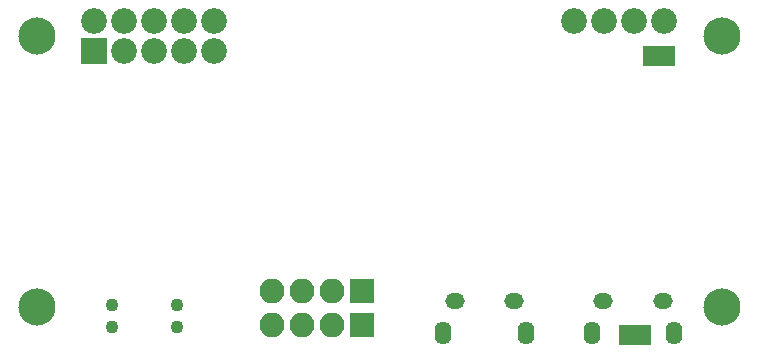
<source format=gbr>
G04 #@! TF.FileFunction,Soldermask,Bot*
%FSLAX46Y46*%
G04 Gerber Fmt 4.6, Leading zero omitted, Abs format (unit mm)*
G04 Created by KiCad (PCBNEW 4.0.7) date 12/12/18 10:49:55*
%MOMM*%
%LPD*%
G01*
G04 APERTURE LIST*
%ADD10C,0.100000*%
%ADD11C,1.100000*%
%ADD12R,2.100000X2.100000*%
%ADD13O,2.100000X2.100000*%
%ADD14O,1.650000X1.350000*%
%ADD15O,1.400000X1.950000*%
%ADD16R,2.178000X2.178000*%
%ADD17C,2.178000*%
%ADD18C,3.148280*%
%ADD19R,1.370000X1.670000*%
G04 APERTURE END LIST*
D10*
D11*
X158375600Y-101335000D03*
X158375600Y-103135000D03*
X163912800Y-101335000D03*
X163912800Y-103135000D03*
D12*
X179527200Y-100101400D03*
D13*
X176987200Y-100101400D03*
X174447200Y-100101400D03*
X171907200Y-100101400D03*
D14*
X187388400Y-100951500D03*
X192388400Y-100951500D03*
D15*
X186388400Y-103651500D03*
X193388400Y-103651500D03*
D14*
X199988400Y-100951500D03*
X204988400Y-100951500D03*
D15*
X198988400Y-103651500D03*
X205988400Y-103651500D03*
D12*
X179527200Y-102997000D03*
D13*
X176987200Y-102997000D03*
X174447200Y-102997000D03*
X171907200Y-102997000D03*
D16*
X156870400Y-79773780D03*
D17*
X156870400Y-77233780D03*
X159410400Y-79773780D03*
X159410400Y-77233780D03*
X161950400Y-79773780D03*
X161950400Y-77233780D03*
X164490400Y-79773780D03*
X164490400Y-77233780D03*
X167030400Y-79773780D03*
X167030400Y-77233780D03*
X197510400Y-77233780D03*
X200050400Y-77233780D03*
X202590400Y-77233780D03*
X205130400Y-77233780D03*
D18*
X151998680Y-101506020D03*
X151998680Y-78503780D03*
X209999580Y-101506020D03*
X209999580Y-78503780D03*
D19*
X202013900Y-103822500D03*
X203293900Y-103822500D03*
X204045900Y-80264000D03*
X205325900Y-80264000D03*
M02*

</source>
